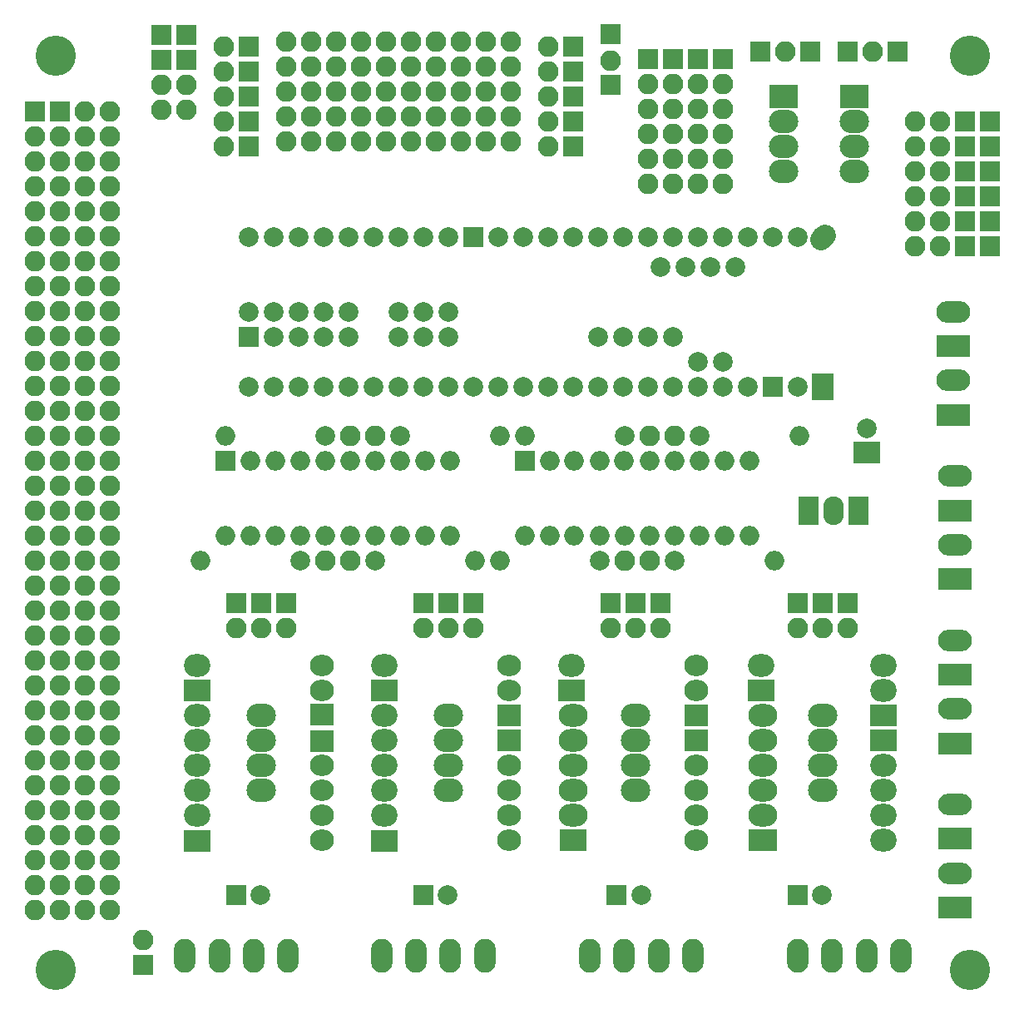
<source format=gts>
G04 #@! TF.GenerationSoftware,KiCad,Pcbnew,(5.1.2)-1*
G04 #@! TF.CreationDate,2019-07-20T16:27:37-07:00*
G04 #@! TF.ProjectId,4Rose_t35_002a,34526f73-655f-4743-9335-5f303032612e,rev?*
G04 #@! TF.SameCoordinates,Original*
G04 #@! TF.FileFunction,Soldermask,Top*
G04 #@! TF.FilePolarity,Negative*
%FSLAX46Y46*%
G04 Gerber Fmt 4.6, Leading zero omitted, Abs format (unit mm)*
G04 Created by KiCad (PCBNEW (5.1.2)-1) date 2019-07-20 16:27:37*
%MOMM*%
%LPD*%
G04 APERTURE LIST*
%ADD10O,3.448000X2.200000*%
%ADD11R,3.448000X2.200000*%
%ADD12R,2.000000X2.000000*%
%ADD13O,2.000000X2.000000*%
%ADD14C,4.100000*%
%ADD15O,2.100000X2.100000*%
%ADD16R,2.100000X2.100000*%
%ADD17C,2.000000*%
%ADD18C,2.178000*%
%ADD19C,2.178000*%
%ADD20R,2.305000X2.686000*%
%ADD21R,2.686000X2.305000*%
%ADD22R,2.100000X2.900000*%
%ADD23O,2.100000X2.900000*%
%ADD24O,2.200000X3.448000*%
%ADD25O,2.686000X2.305000*%
%ADD26R,2.432000X2.178000*%
%ADD27O,2.432000X2.178000*%
%ADD28R,2.686000X2.178000*%
%ADD29O,2.940000X2.305000*%
%ADD30R,2.940000X2.305000*%
%ADD31R,3.000000X2.400000*%
%ADD32O,3.000000X2.400000*%
G04 APERTURE END LIST*
D10*
X209054700Y-122443600D03*
D11*
X209054700Y-125943600D03*
D10*
X209054700Y-129443600D03*
D11*
X209054700Y-132943600D03*
X209092800Y-149656800D03*
D10*
X209092800Y-146156800D03*
D11*
X209092800Y-142656800D03*
D10*
X209092800Y-139156800D03*
D12*
X134772400Y-120904000D03*
D13*
X157632400Y-128524000D03*
X137312400Y-120904000D03*
X155092400Y-128524000D03*
X139852400Y-120904000D03*
X152552400Y-128524000D03*
X142392400Y-120904000D03*
X150012400Y-128524000D03*
X144932400Y-120904000D03*
X147472400Y-128524000D03*
X147472400Y-120904000D03*
X144932400Y-128524000D03*
X150012400Y-120904000D03*
X142392400Y-128524000D03*
X152552400Y-120904000D03*
X139852400Y-128524000D03*
X155092400Y-120904000D03*
X137312400Y-128524000D03*
X157632400Y-120904000D03*
X134772400Y-128524000D03*
D14*
X210546000Y-172700000D03*
X117546000Y-172700000D03*
X117546000Y-79700000D03*
X210546000Y-79700000D03*
D15*
X120472200Y-166624000D03*
X120472200Y-164084000D03*
X120472200Y-161544000D03*
X120472200Y-159004000D03*
X120472200Y-156464000D03*
X120472200Y-153924000D03*
X120472200Y-151384000D03*
X120472200Y-148844000D03*
X120472200Y-146304000D03*
X120472200Y-143764000D03*
X120472200Y-141224000D03*
X120472200Y-138684000D03*
X120472200Y-136144000D03*
X120472200Y-133604000D03*
X120472200Y-131064000D03*
X120472200Y-128524000D03*
X120472200Y-125984000D03*
X120472200Y-123444000D03*
X120472200Y-120904000D03*
X120472200Y-118364000D03*
X120472200Y-115824000D03*
X120472200Y-113284000D03*
X120472200Y-110744000D03*
X120472200Y-108204000D03*
X120472200Y-105664000D03*
X120472200Y-103124000D03*
X120472200Y-100584000D03*
X120472200Y-98044000D03*
X120472200Y-95504000D03*
X120472200Y-92964000D03*
X120472200Y-90424000D03*
X120472200Y-87884000D03*
X120472200Y-85344000D03*
X117932200Y-166624000D03*
X117932200Y-164084000D03*
X117932200Y-161544000D03*
X117932200Y-159004000D03*
X117932200Y-156464000D03*
X117932200Y-153924000D03*
X117932200Y-151384000D03*
X117932200Y-148844000D03*
X117932200Y-146304000D03*
X117932200Y-143764000D03*
X117932200Y-141224000D03*
X117932200Y-138684000D03*
X117932200Y-136144000D03*
X117932200Y-133604000D03*
X117932200Y-131064000D03*
X117932200Y-128524000D03*
X117932200Y-125984000D03*
X117932200Y-123444000D03*
X117932200Y-120904000D03*
X117932200Y-118364000D03*
X117932200Y-115824000D03*
X117932200Y-113284000D03*
X117932200Y-110744000D03*
X117932200Y-108204000D03*
X117932200Y-105664000D03*
X117932200Y-103124000D03*
X117932200Y-100584000D03*
X117932200Y-98044000D03*
X117932200Y-95504000D03*
X117932200Y-92964000D03*
X117932200Y-90424000D03*
X117932200Y-87884000D03*
D16*
X117932200Y-85344000D03*
X115392200Y-85344000D03*
D15*
X115392200Y-87884000D03*
X115392200Y-90424000D03*
X115392200Y-92964000D03*
X115392200Y-95504000D03*
X115392200Y-98044000D03*
X115392200Y-100584000D03*
X115392200Y-103124000D03*
X115392200Y-105664000D03*
X115392200Y-108204000D03*
X115392200Y-110744000D03*
X115392200Y-113284000D03*
X115392200Y-115824000D03*
X115392200Y-118364000D03*
X115392200Y-120904000D03*
X115392200Y-123444000D03*
X115392200Y-125984000D03*
X115392200Y-128524000D03*
X115392200Y-131064000D03*
X115392200Y-133604000D03*
X115392200Y-136144000D03*
X115392200Y-138684000D03*
X115392200Y-141224000D03*
X115392200Y-143764000D03*
X115392200Y-146304000D03*
X115392200Y-148844000D03*
X115392200Y-151384000D03*
X115392200Y-153924000D03*
X115392200Y-156464000D03*
X115392200Y-159004000D03*
X115392200Y-161544000D03*
X115392200Y-164084000D03*
X115392200Y-166624000D03*
D16*
X203200000Y-79248000D03*
D15*
X200660000Y-79248000D03*
D16*
X198120000Y-79248000D03*
D17*
X154990800Y-98171000D03*
X152450800Y-98171000D03*
X149910800Y-98171000D03*
X147370800Y-98171000D03*
X157530800Y-98171000D03*
D12*
X160070800Y-98171000D03*
D17*
X162610800Y-98171000D03*
X144830800Y-98171000D03*
X142290800Y-98171000D03*
X139750800Y-98171000D03*
X137210800Y-98171000D03*
X137210800Y-113411000D03*
X139750800Y-113411000D03*
X142290800Y-113411000D03*
X144830800Y-113411000D03*
X147370800Y-113411000D03*
X149910800Y-113411000D03*
X152450800Y-113411000D03*
X154990800Y-113411000D03*
X165150800Y-98171000D03*
X167690800Y-98171000D03*
X170230800Y-98171000D03*
X172770800Y-98171000D03*
X175310800Y-98171000D03*
X177850800Y-98171000D03*
X180390800Y-98171000D03*
X182930800Y-98171000D03*
X185470800Y-98171000D03*
X188010800Y-98171000D03*
X190550800Y-98171000D03*
X193090800Y-98171000D03*
D18*
X195630800Y-98171000D03*
D19*
X195451195Y-98350605D02*
X195810405Y-97991395D01*
D17*
X157530800Y-113411000D03*
X160070800Y-113411000D03*
X162610800Y-113411000D03*
X165150800Y-113411000D03*
X167690800Y-113411000D03*
X170230800Y-113411000D03*
X172770800Y-113411000D03*
X175310800Y-113411000D03*
X177850800Y-113411000D03*
X180390800Y-113411000D03*
X182930800Y-113411000D03*
X185470800Y-113411000D03*
X188010800Y-113411000D03*
D12*
X190550800Y-113411000D03*
D17*
X193090800Y-113411000D03*
D20*
X195630800Y-113411000D03*
D17*
X185470800Y-110871000D03*
X182930800Y-110871000D03*
X157530800Y-105791000D03*
X154990800Y-105791000D03*
X152450800Y-105791000D03*
X147370800Y-105791000D03*
X144830800Y-105791000D03*
X142290800Y-105791000D03*
X139750800Y-105791000D03*
X137210800Y-105791000D03*
D12*
X137210800Y-108331000D03*
D17*
X139750800Y-108331000D03*
X142290800Y-108331000D03*
X144830800Y-108331000D03*
X147370800Y-108331000D03*
X152450800Y-108331000D03*
X154990800Y-108331000D03*
X157530800Y-108331000D03*
X172770800Y-108331000D03*
X175310800Y-108331000D03*
X177850800Y-108331000D03*
X180390800Y-108331000D03*
X186740800Y-101171000D03*
X184200800Y-101171000D03*
X181660800Y-101171000D03*
X179120800Y-101171000D03*
D16*
X160020000Y-135382000D03*
D15*
X160020000Y-137922000D03*
D16*
X157480000Y-135382000D03*
D15*
X157480000Y-137922000D03*
D16*
X154940000Y-135382000D03*
D15*
X154940000Y-137922000D03*
X140970000Y-78232000D03*
X140970000Y-80772000D03*
X140970000Y-83312000D03*
X140970000Y-85852000D03*
X140970000Y-88392000D03*
D17*
X138390000Y-165100000D03*
D12*
X135890000Y-165100000D03*
D13*
X165252400Y-128524000D03*
X188112400Y-120904000D03*
X167792400Y-128524000D03*
X185572400Y-120904000D03*
X170302400Y-128524000D03*
X183032400Y-120904000D03*
X172902400Y-128524000D03*
X180492400Y-120904000D03*
X175412400Y-128524000D03*
X177982400Y-120904000D03*
X177952400Y-128524000D03*
X175382400Y-120904000D03*
X180492400Y-128524000D03*
X172912400Y-120904000D03*
X183032400Y-128524000D03*
X170292400Y-120904000D03*
X185572400Y-128524000D03*
X167792400Y-120904000D03*
X188112400Y-128524000D03*
D12*
X165252400Y-120904000D03*
X174625000Y-165100000D03*
D17*
X177125000Y-165100000D03*
D12*
X154940000Y-165100000D03*
D17*
X157440000Y-165100000D03*
D12*
X193040000Y-165100000D03*
D17*
X195540000Y-165100000D03*
D21*
X200101200Y-120065800D03*
D17*
X200101200Y-117565800D03*
D22*
X199237600Y-125958600D03*
D23*
X196697600Y-125958600D03*
D22*
X194157600Y-125958600D03*
D15*
X148590000Y-78232000D03*
X148590000Y-80772000D03*
X148590000Y-83312000D03*
X148590000Y-85852000D03*
X148590000Y-88392000D03*
X151130000Y-78232000D03*
X151130000Y-80772000D03*
X151130000Y-83312000D03*
X151130000Y-85852000D03*
X151130000Y-88392000D03*
X153670000Y-78232000D03*
X153670000Y-80772000D03*
X153670000Y-83312000D03*
X153670000Y-85852000D03*
X153670000Y-88392000D03*
X156210000Y-78232000D03*
X156210000Y-80772000D03*
X156210000Y-83312000D03*
X156210000Y-85852000D03*
X156210000Y-88392000D03*
X158750000Y-78232000D03*
X158750000Y-80772000D03*
X158750000Y-83312000D03*
X158750000Y-85852000D03*
X158750000Y-88392000D03*
X161290000Y-78232000D03*
X161290000Y-80772000D03*
X161290000Y-83312000D03*
X161290000Y-85852000D03*
X161290000Y-88392000D03*
X163830000Y-78232000D03*
X163830000Y-80772000D03*
X163830000Y-83312000D03*
X163830000Y-85852000D03*
X163830000Y-88392000D03*
X146050000Y-78232000D03*
X146050000Y-80772000D03*
X146050000Y-83312000D03*
X146050000Y-85852000D03*
X146050000Y-88392000D03*
X143510000Y-78232000D03*
X143510000Y-80772000D03*
X143510000Y-83312000D03*
X143510000Y-85852000D03*
X143510000Y-88392000D03*
D11*
X209071557Y-166370000D03*
D10*
X209071557Y-162870000D03*
D11*
X209071557Y-159370000D03*
D10*
X209071557Y-155870000D03*
D24*
X130683000Y-171323000D03*
X134183000Y-171323000D03*
X137683000Y-171323000D03*
X141183000Y-171323000D03*
X193040000Y-171323000D03*
X196540000Y-171323000D03*
X200040000Y-171323000D03*
X203540000Y-171323000D03*
X150698200Y-171323000D03*
X154198200Y-171323000D03*
X157698200Y-171323000D03*
X161198200Y-171323000D03*
D11*
X208915000Y-116230400D03*
D10*
X208915000Y-112730400D03*
D11*
X208915000Y-109230400D03*
D10*
X208915000Y-105730400D03*
D24*
X171881800Y-171323000D03*
X175381800Y-171323000D03*
X178881800Y-171323000D03*
X182381800Y-171323000D03*
D16*
X140970000Y-135382000D03*
D15*
X140970000Y-137922000D03*
D16*
X138430000Y-135382000D03*
D15*
X138430000Y-137922000D03*
D16*
X135890000Y-135382000D03*
D15*
X135890000Y-137922000D03*
D25*
X131953000Y-146812000D03*
D26*
X144653000Y-146735800D03*
D25*
X131953000Y-149352000D03*
D21*
X131953000Y-144272000D03*
D25*
X131953000Y-141732000D03*
D27*
X144653000Y-141732000D03*
X144653000Y-144272000D03*
D26*
X144653000Y-149428200D03*
D27*
X144653000Y-151892000D03*
X144653000Y-154432000D03*
X144653000Y-156972000D03*
X144653000Y-159512000D03*
D25*
X131953000Y-151892000D03*
X131953000Y-154432000D03*
X131953000Y-156972000D03*
D28*
X131953000Y-159639000D03*
D25*
X151003000Y-146812000D03*
D26*
X163703000Y-146812000D03*
D25*
X151003000Y-149352000D03*
D21*
X151003000Y-144272000D03*
D25*
X151003000Y-141732000D03*
D27*
X163703000Y-141732000D03*
X163703000Y-144272000D03*
D26*
X163703000Y-149352000D03*
D27*
X163703000Y-151892000D03*
X163703000Y-154432000D03*
X163703000Y-156972000D03*
X163703000Y-159512000D03*
D25*
X151003000Y-151892000D03*
X151003000Y-154432000D03*
X151003000Y-156972000D03*
D28*
X151003000Y-159639000D03*
D29*
X170180000Y-146812000D03*
D26*
X182753000Y-146812000D03*
D29*
X170180000Y-149352000D03*
D21*
X170053000Y-144272000D03*
D25*
X170053000Y-141732000D03*
D27*
X182753000Y-141732000D03*
X182753000Y-144272000D03*
D26*
X182753000Y-149352000D03*
D27*
X182753000Y-151892000D03*
X182753000Y-154432000D03*
X182753000Y-156972000D03*
X182753000Y-159512000D03*
D29*
X170180000Y-151892000D03*
X170180000Y-154432000D03*
X170180000Y-156972000D03*
D28*
X170180000Y-159512000D03*
D16*
X194310000Y-79248000D03*
D15*
X191770000Y-79248000D03*
D16*
X189230000Y-79248000D03*
X173990000Y-77512000D03*
D15*
X173990000Y-80222000D03*
D16*
X173990000Y-82677000D03*
X179070000Y-135382000D03*
D15*
X179070000Y-137922000D03*
D16*
X176530000Y-135382000D03*
D15*
X176530000Y-137922000D03*
D16*
X173990000Y-135382000D03*
D15*
X173990000Y-137922000D03*
D29*
X189484000Y-146812000D03*
D21*
X201803000Y-146812000D03*
D29*
X189484000Y-149352000D03*
D21*
X189357000Y-144272000D03*
D25*
X189357000Y-141732000D03*
X201803000Y-141732000D03*
X201803000Y-144272000D03*
D21*
X201803000Y-149352000D03*
D25*
X201803000Y-151892000D03*
X201803000Y-154432000D03*
X201803000Y-156972000D03*
X201803000Y-159512000D03*
D29*
X189484000Y-151892000D03*
X189484000Y-154432000D03*
X189484000Y-156972000D03*
D30*
X189484000Y-159512000D03*
D15*
X193040000Y-137922000D03*
D16*
X193040000Y-135382000D03*
D15*
X195580000Y-137922000D03*
D16*
X195580000Y-135382000D03*
D15*
X198120000Y-137922000D03*
D16*
X198120000Y-135382000D03*
D15*
X147485100Y-131064000D03*
X144945100Y-131064000D03*
X147472400Y-118402100D03*
X150012400Y-118402100D03*
X177952400Y-131064000D03*
X175412400Y-131064000D03*
X177952400Y-118364000D03*
X180492400Y-118364000D03*
D16*
X126428500Y-172224700D03*
D15*
X126428500Y-169684700D03*
X123012200Y-85344000D03*
X123012200Y-87884000D03*
X123012200Y-90424000D03*
X123012200Y-92964000D03*
X123012200Y-95504000D03*
X123012200Y-98044000D03*
X123012200Y-100584000D03*
X123012200Y-103124000D03*
X123012200Y-105664000D03*
X123012200Y-108204000D03*
X123012200Y-110744000D03*
X123012200Y-113284000D03*
X123012200Y-115824000D03*
X123012200Y-118364000D03*
X123012200Y-120904000D03*
X123012200Y-123444000D03*
X123012200Y-125984000D03*
X123012200Y-128524000D03*
X123012200Y-131064000D03*
X123012200Y-133604000D03*
X123012200Y-136144000D03*
X123012200Y-138684000D03*
X123012200Y-141224000D03*
X123012200Y-143764000D03*
X123012200Y-146304000D03*
X123012200Y-148844000D03*
X123012200Y-151384000D03*
X123012200Y-153924000D03*
X123012200Y-156464000D03*
X123012200Y-159004000D03*
X123012200Y-161544000D03*
X123012200Y-164084000D03*
X123012200Y-166624000D03*
D16*
X130810000Y-77597000D03*
X130810000Y-80137000D03*
D15*
X130810000Y-82677000D03*
X130810000Y-85217000D03*
D16*
X128270000Y-77597000D03*
X128270000Y-80137000D03*
D15*
X128270000Y-82677000D03*
X128270000Y-85217000D03*
D16*
X177800000Y-80010000D03*
D15*
X177800000Y-82550000D03*
X177800000Y-85090000D03*
X177800000Y-87630000D03*
X177800000Y-90170000D03*
X177800000Y-92710000D03*
X204978000Y-86360000D03*
X207518000Y-86360000D03*
D16*
X210058000Y-86360000D03*
X212598000Y-86360000D03*
X212598000Y-88900000D03*
X210058000Y-88900000D03*
D15*
X207518000Y-88900000D03*
X204978000Y-88900000D03*
X182880000Y-92710000D03*
X182880000Y-90170000D03*
X182880000Y-87630000D03*
X182880000Y-85090000D03*
X182880000Y-82550000D03*
D16*
X182880000Y-80010000D03*
D15*
X185420000Y-92710000D03*
X185420000Y-90170000D03*
X185420000Y-87630000D03*
X185420000Y-85090000D03*
X185420000Y-82550000D03*
D16*
X185420000Y-80010000D03*
X180340000Y-80010000D03*
D15*
X180340000Y-82550000D03*
X180340000Y-85090000D03*
X180340000Y-87630000D03*
X180340000Y-90170000D03*
X180340000Y-92710000D03*
X204978000Y-93980000D03*
X207518000Y-93980000D03*
D16*
X210058000Y-93980000D03*
X212598000Y-93980000D03*
D15*
X204978000Y-91440000D03*
X207518000Y-91440000D03*
D16*
X210058000Y-91440000D03*
X212598000Y-91440000D03*
X212598000Y-96520000D03*
X210058000Y-96520000D03*
D15*
X207518000Y-96520000D03*
X204978000Y-96520000D03*
X204978000Y-99060000D03*
X207518000Y-99060000D03*
D16*
X210058000Y-99060000D03*
X212598000Y-99060000D03*
D31*
X198780400Y-83820000D03*
D32*
X198780400Y-86360000D03*
X198780400Y-88900000D03*
X198780400Y-91440000D03*
X191643000Y-91440000D03*
X191643000Y-88900000D03*
X191643000Y-86360000D03*
D31*
X191643000Y-83820000D03*
D15*
X167640000Y-88900000D03*
D16*
X170180000Y-88900000D03*
D15*
X167640000Y-86360000D03*
D16*
X170180000Y-86360000D03*
D15*
X167640000Y-83820000D03*
D16*
X170180000Y-83820000D03*
D15*
X167640000Y-81280000D03*
D16*
X170180000Y-81280000D03*
D15*
X167640000Y-78740000D03*
D16*
X170180000Y-78740000D03*
D15*
X134620000Y-88900000D03*
D16*
X137160000Y-88900000D03*
D15*
X134620000Y-86360000D03*
D16*
X137160000Y-86360000D03*
D15*
X134620000Y-83820000D03*
D16*
X137160000Y-83820000D03*
D15*
X134620000Y-81280000D03*
D16*
X137160000Y-81280000D03*
D15*
X134620000Y-78740000D03*
D16*
X137160000Y-78740000D03*
D13*
X132232400Y-131064000D03*
D17*
X142392400Y-131064000D03*
X150012400Y-131064000D03*
D13*
X160172400Y-131064000D03*
X134772400Y-118402100D03*
D17*
X144932400Y-118402100D03*
X152552400Y-118402100D03*
D13*
X162712400Y-118402100D03*
X162712400Y-131064000D03*
D17*
X172872400Y-131064000D03*
X180492400Y-131064000D03*
D13*
X190652400Y-131064000D03*
D17*
X175412400Y-118364000D03*
D13*
X165252400Y-118364000D03*
X193192400Y-118364000D03*
D17*
X183032400Y-118364000D03*
D32*
X195580000Y-146812000D03*
X195580000Y-149352000D03*
X195580000Y-151892000D03*
X195580000Y-154432000D03*
X176530000Y-146812000D03*
X176530000Y-149352000D03*
X176530000Y-151892000D03*
X176530000Y-154432000D03*
X157480000Y-154432000D03*
X157480000Y-151892000D03*
X157480000Y-149352000D03*
X157480000Y-146812000D03*
X138430000Y-146812000D03*
X138430000Y-149352000D03*
X138430000Y-151892000D03*
X138430000Y-154432000D03*
M02*

</source>
